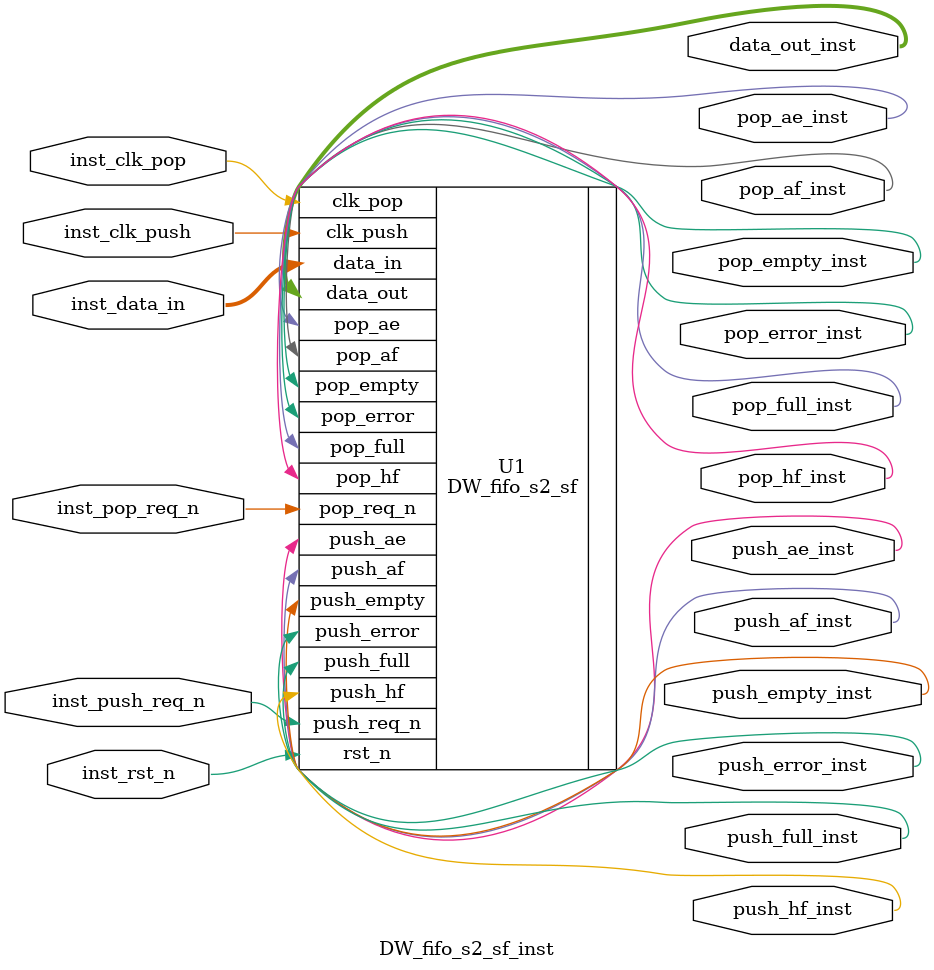
<source format=v>
module DW_fifo_s2_sf_inst(inst_clk_push, inst_clk_pop, inst_rst_n,
                          inst_push_req_n, inst_pop_req_n, inst_data_in,
                          push_empty_inst, push_ae_inst, push_hf_inst,
                          push_af_inst, push_full_inst, push_error_inst,
                          pop_empty_inst, pop_ae_inst, pop_hf_inst, 
                          pop_af_inst, pop_full_inst, pop_error_inst,
                          data_out_inst );

  parameter width = 8;
  parameter depth = 8;
  parameter push_ae_lvl = 2;
  parameter push_af_lvl = 2;
  parameter pop_ae_lvl = 2;
  parameter pop_af_lvl = 2;
  parameter err_mode = 0;
  parameter push_sync = 2;
  parameter pop_sync = 2;
  parameter rst_mode = 0;

  input inst_clk_push;
  input inst_clk_pop;
  input inst_rst_n;
  input inst_push_req_n;
  input inst_pop_req_n;
  input [width-1 : 0] inst_data_in;
  output push_empty_inst;
  output push_ae_inst;
  output push_hf_inst;
  output push_af_inst;
  output push_full_inst;
  output push_error_inst;
  output pop_empty_inst;
  output pop_ae_inst;
  output pop_hf_inst;
  output pop_af_inst;
  output pop_full_inst;
  output pop_error_inst;
  output [width-1 : 0] data_out_inst;

  // Instance of DW_fifo_s2_sf
  DW_fifo_s2_sf #(width,  depth,  push_ae_lvl,  push_af_lvl,  pop_ae_lvl,
                  pop_af_lvl,  err_mode,  push_sync,  pop_sync,  rst_mode)
    U1 (.clk_push(inst_clk_push),   .clk_pop(inst_clk_pop),
        .rst_n(inst_rst_n),   .push_req_n(inst_push_req_n),
         .pop_req_n(inst_pop_req_n),   .data_in(inst_data_in),
         .push_empty(push_empty_inst),   .push_ae(push_ae_inst),
         .push_hf(push_hf_inst),   .push_af(push_af_inst),
         .push_full(push_full_inst),   .push_error(push_error_inst),
         .pop_empty(pop_empty_inst),   .pop_ae(pop_ae_inst),
         .pop_hf(pop_hf_inst),   .pop_af(pop_af_inst),
         .pop_full(pop_full_inst),   .pop_error(pop_error_inst),
         .data_out(data_out_inst) );
endmodule


</source>
